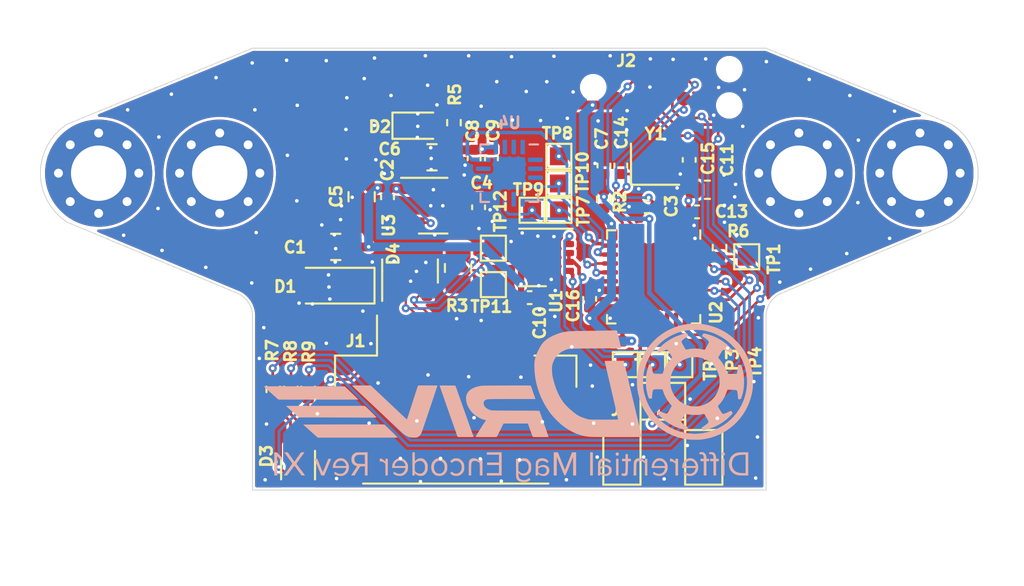
<source format=kicad_pcb>
(kicad_pcb (version 20211014) (generator pcbnew)
  (layers (0 "F.Cu" signal) (1 "In1.Cu" signal) (2 "In2.Cu" signal) (31 "B.Cu" signal) (34 "B.Paste" user) (35 "F.Paste" user) (36 "B.SilkS" user "B.Silkscreen") (37 "F.SilkS" user "F.Silkscreen") (38 "B.Mask" user) (39 "F.Mask" user) (44 "Edge.Cuts" user))
  (net 0 "")
  (net 1 "+5V")
  (net 2 "+3V3")
  (net 3 "/USART2_RX")
  (net 4 "GND")
  (net 5 "/USART2_TX")
  (net 6 "/nRST")
  (net 7 "/RS485_N")
  (net 8 "/RS485_P")
  (net 9 "/BOOT0")
  (net 10 "/USART1_TX")
  (net 11 "/USART1_RX")
  (net 12 "/SPI1_NSS")
  (net 13 "/SPI1_SCK")
  (net 14 "/SPI1_MISO")
  (net 17 "/SPI1_MOSI")
  (net 20 "Net-(D2-Pad2)")
  (net 22 "/SWDIO")
  (net 23 "/SWCLK")
  (net 24 "Net-(D3-Pad1)")
  (net 26 "Net-(D3-Pad2)")
  (net 28 "Net-(D3-Pad3)")
  (net 36 "/SWO")
  (net 37 "/TEMP")
  (net 39 "/LED_R")
  (net 40 "/LED_G")
  (net 41 "/LED_B")
  (net 42 "/USART1_DE")
  (net 46 "Net-(C14-Pad2)")
  (net 47 "Net-(C15-Pad1)")
  (footprint "TestPoint:TestPoint_Pad_1.0x1.0mm" (layer "F.Cu") (at 123.275 70.075)
    (fp_text reference "TP9")
    (fp_text value "TestPoint")
  )
  (footprint "Capacitor_SMD:C_0805_2012Metric" (layer "F.Cu") (at 113.73 69.32 -90)
    (fp_text reference "C5")
    (fp_text value "22uF")
  )
  (footprint "Capacitor_SMD:C_0603_1608Metric" (layer "F.Cu") (at 133.096134 68.9275 180)
    (fp_text reference "C11")
    (fp_text value "4.7uF")
  )
  (footprint "Resistor_SMD:R_0402_1005Metric" (layer "F.Cu") (at 118.9 65.17 90)
    (fp_text reference "R5")
    (fp_text value "1k")
  )
  (footprint "Capacitor_SMD:C_0402_1005Metric" (layer "F.Cu") (at 120.03 67.17 90)
    (fp_text reference "C8")
    (fp_text value "1uF")
  )
  (footprint "TestPoint:TestPoint_Pad_1.0x1.0mm" (layer "F.Cu") (at 124.775 67.055)
    (fp_text reference "TP8")
    (fp_text value "TestPoint")
  )
  (footprint "Package_CSP:LFCSP-8-1EP_3x3mm_P0.5mm_EP1.45x1.74mm" (layer "F.Cu") (at 124.05 72.72 180)
    (fp_text reference "U1")
    (fp_text value "ADM4852")
  )
  (footprint "Capacitor_SMD:C_0402_1005Metric" (layer "F.Cu") (at 128.246134 67.5675 -90)
    (fp_text reference "C14")
    (fp_text value "10pF")
  )
  (footprint "TestPoint:TestPoint_Pad_1.0x1.0mm" (layer "F.Cu") (at 135.296134 72.68)
    (fp_text reference "TP1")
    (fp_text value "TestPoint")
  )
  (footprint "Package_TO_SOT_SMD:SOT-23" (layer "F.Cu") (at 116.44 73.48 90)
    (fp_text reference "D4")
    (fp_text value "SM712")
  )
  (footprint "mag-encoder:MountingHole_3.1mm_Pad_Via" (layer "F.Cu") (at 99 68)
    (fp_text reference "H1" hide)
    (fp_text value "MountingHole")
  )
  (footprint "ODrive_KiCad:JST_GH_SM02B" (layer "F.Cu") (at 130.6 80.775)
    (fp_text reference "J3")
    (fp_text value "Thermistor")
  )
  (footprint "LED_SMD:LED_LiteOn_LTST-C19HE1WT" (layer "F.Cu") (at 110.17 84.35)
    (fp_text reference "D3")
    (fp_text value "LTST-C19HE1WT")
  )
  (footprint "Capacitor_SMD:C_0402_1005Metric" (layer "F.Cu") (at 115.18 69.35 -90)
    (fp_text reference "C2")
    (fp_text value "1u")
  )
  (footprint "LED_SMD:LED_0603_1608Metric" (layer "F.Cu") (at 116.94 65.34)
    (fp_text reference "D2")
    (fp_text value "LTST-C190KGKT")
  )
  (footprint "Resistor_SMD:R_0402_1005Metric" (layer "F.Cu") (at 133.776134 72.1675 90)
    (fp_text reference "R6")
    (fp_text value "10k")
  )
  (footprint "Resistor_SMD:R_0402_1005Metric" (layer "F.Cu") (at 127.29 69.46 90)
    (fp_text reference "R2")
    (fp_text value "3.3k/1%")
  )
  (footprint "Capacitor_SMD:C_0402_1005Metric" (layer "F.Cu") (at 123.14 74.97 180)
    (fp_text reference "C10")
    (fp_text value "100nF")
  )
  (footprint "TestPoint:TestPoint_Pad_1.0x1.0mm" (layer "F.Cu") (at 124.775 68.575 90)
    (fp_text reference "TP10")
    (fp_text value "TestPoint")
  )
  (footprint "Resistor_SMD:R_0805_2012Metric" (layer "F.Cu") (at 119.13 73.31 -90)
    (fp_text reference "R3")
    (fp_text value "120")
  )
  (footprint "Resistor_SMD:R_0402_1005Metric" (layer "F.Cu") (at 109.76 80.11 -90)
    (fp_text reference "R8")
    (fp_text value "220")
  )
  (footprint "Connector_Molex:Molex_CLIK-Mate_502585-0670_1x06-1MP_P1.50mm_Horizontal" (layer "F.Cu") (at 119 80)
    (fp_text reference "J1")
    (fp_text value "Main")
  )
  (footprint "Crystal:Crystal_SMD_2016-4Pin_2.0x1.6mm" (layer "F.Cu") (at 130.166134 67.4975)
    (fp_text reference "Y1")
    (fp_text value "XRCGB16M000FXN00R0")
  )
  (footprint "TestPoint:TestPoint_Pad_1.0x1.0mm" (layer "F.Cu") (at 131.55 78.725)
    (fp_text reference "TP4")
    (fp_text value "TestPoint")
  )
  (footprint "Capacitor_SMD:C_0402_1005Metric" (layer "F.Cu") (at 132.516134 70.1675 180)
    (fp_text reference "C13")
    (fp_text value "100nF")
  )
  (footprint "Resistor_SMD:R_0402_1005Metric" (layer "F.Cu") (at 110.73 80.11 -90)
    (fp_text reference "R9")
    (fp_text value "220")
  )
  (footprint "TestPoint:TestPoint_Pad_1.0x1.0mm" (layer "F.Cu") (at 121.11 72.2)
    (fp_text reference "TP12")
    (fp_text value "TestPoint")
  )
  (footprint "Resistor_SMD:R_0402_1005Metric" (layer "F.Cu") (at 108.78 80.11 -90)
    (fp_text reference "R7")
    (fp_text value "600")
  )
  (footprint "Capacitor_SMD:C_0402_1005Metric" (layer "F.Cu") (at 120.28 69.91 -90)
    (fp_text reference "C4")
    (fp_text value "1u")
  )
  (footprint "TestPoint:TestPoint_Pad_1.0x1.0mm" (layer "F.Cu") (at 130.025 78.725)
    (fp_text reference "TP3")
    (fp_text value "TestPoint")
  )
  (footprint "Capacitor_SMD:C_0805_2012Metric" (layer "F.Cu") (at 117.67 67.11 180)
    (fp_text reference "C6")
    (fp_text value "22uF")
  )
  (footprint "Package_TO_SOT_SMD:SOT-23-5" (layer "F.Cu") (at 117.7375 69.82)
    (fp_text reference "U3")
    (fp_text value "LP5907MFX-3.3")
  )
  (footprint "Diode_SMD:D_SOD-123F" (layer "F.Cu") (at 112.25 74.3 180)
    (fp_text reference "D1")
    (fp_text value "SMF5.0CA")
  )
  (footprint "Capacitor_SMD:C_0402_1005Metric" (layer "F.Cu") (at 127.825 77.4)
    (fp_text reference "C12")
    (fp_text value "100nF")
  )
  (footprint "Capacitor_SMD:C_0402_1005Metric" (layer "F.Cu") (at 129.696134 69.8775 180)
    (fp_text reference "C3")
    (fp_text value "100nF")
  )
  (footprint "Capacitor_SMD:C_0402_1005Metric" (layer "F.Cu") (at 132.076134 67.2575 -90)
    (fp_text reference "C15")
    (fp_text value "10pF")
  )
  (footprint "TestPoint:TestPoint_Pad_1.0x1.0mm" (layer "F.Cu") (at 128.5 78.725)
    (fp_text reference "TP2")
    (fp_text value "TestPoint")
  )
  (footprint "Capacitor_SMD:C_0402_1005Metric" (layer "F.Cu") (at 127.3 67.57 90)
    (fp_text reference "C7")
    (fp_text value "2.2uF")
  )
  (footprint "Connector:Tag-Connect_TC2050-IDC-NL_2x05_P1.27mm_Vertical_with_bottom_clip" (layer "F.Cu") (at 130.51 63.19)
    (fp_text reference "J2")
    (fp_text value "PROG")
  )
  (footprint "mag-encoder:MountingHole_3.1mm_Pad_Via" (layer "F.Cu") (at 105.78 68)
    (fp_text reference "H3" hide)
    (fp_text value "MountingHole")
  )
  (footprint "Capacitor_SMD:C_0402_1005Metric" (layer "F.Cu") (at 121 67.17 90)
    (fp_text reference "C9")
    (fp_text value "100nF")
  )
  (footprint "Capacitor_SMD:C_0402_1005Metric" (layer "F.Cu") (at 126.5 75.0375 -90)
    (fp_text reference "C16")
    (fp_text value "100nF")
  )
  (footprint "TestPoint:TestPoint_Pad_1.0x1.0mm" (layer "F.Cu") (at 124.785 70.08 90)
    (fp_text reference "TP7")
    (fp_text value "TestPoint")
  )
  (footprint "mag-encoder:MountingHole_3.1mm_Pad_Via" (layer "F.Cu") (at 145 68)
    (fp_text reference "H2" hide)
    (fp_text value "MountingHole")
  )
  (footprint "TestPoint:TestPoint_Pad_1.0x1.0mm" (layer "F.Cu") (at 121.11 74.24)
    (fp_text reference "TP11")
    (fp_text value "TestPoint")
  )
  (footprint "Capacitor_SMD:C_0805_2012Metric" (layer "F.Cu") (at 112.28 72.13 180)
    (fp_text reference "C1")
    (fp_text value "22uF")
  )
  (footprint "Package_DFN_QFN:UFQFPN-32-1EP_5x5mm_P0.5mm_EP3.5x3.5mm" (layer "F.Cu") (at 130.086134 73.8075 -90)
    (fp_text reference "U2")
    (fp_text value "STM32G4A1KEU4")
  )
  (footprint "mag-encoder:MountingHole_3.1mm_Pad_Via" (layer "F.Cu") (at 138.22 68)
    (fp_text reference "H4" hide)
    (fp_text value "MountingHole")
  )
  (footprint "LOGO" (layer "B.Cu") (at 121.65 79.675 180)
    (fp_text reference "G***" hide)
    (fp_text value "LOGO" hide)
  )
  (footprint "LOGO" (layer "B.Cu") (at 121.875 84.025 180)
    (fp_text reference "G***" hide)
    (fp_text value "LOGO" hide)
  )
  (footprint "Package_DFN_QFN:QFN-16-1EP_3x3mm_P0.5mm_EP1.7x1.7mm" (layer "B.Cu") (at 122 68 180)
    (fp_text reference "U4")
    (fp_text value "MA732")
  )
  (gr_line (start 136.385 85.75) (end 136.385 81.5) (layer "Edge.Cuts") (width 0.05))
  (gr_line (start 136.385 81.5) (end 136.385 76) (layer "Edge.Cuts") (width 0.05))
  (gr_line (start 136.385 61) (end 132 61) (layer "Edge.Cuts") (width 0.05))
  (gr_line (start 97.25 65.25) (end 107.615 61) (layer "Edge.Cuts") (width 0.05))
  (gr_line (start 107.615 76) (end 107.615 81.5) (layer "Edge.Cuts") (width 0.05))
  (gr_line (start 112 61) (end 132 61) (layer "Edge.Cuts") (width 0.05))
  (gr_arc (start 136.385 76) (mid 136.601903 75.25584) (end 137.184674 74.744764) (layer "Edge.Cuts") (width 0.05))
  (gr_arc (start 106.815326 74.744764) (mid 107.398097 75.25584) (end 107.615 76) (layer "Edge.Cuts") (width 0.05))
  (gr_arc (start 146.75 65.25) (mid 148.259601 68) (end 146.75 70.75) (layer "Edge.Cuts") (width 0.05))
  (gr_line (start 107.615 85.75) (end 136.385 85.75) (layer "Edge.Cuts") (width 0.05))
  (gr_line (start 107.615 81.5) (end 107.615 85.75) (layer "Edge.Cuts") (width 0.05))
  (gr_line (start 107.615 61) (end 112 61) (layer "Edge.Cuts") (width 0.05))
  (gr_line (start 137.184674 74.744764) (end 146.75 70.75) (layer "Edge.Cuts") (width 0.05))
  (gr_line (start 97.25 70.75) (end 106.815326 74.744764) (layer "Edge.Cuts") (width 0.05))
  (gr_arc (start 97.25 70.75) (mid 95.740399 68) (end 97.25 65.25) (layer "Edge.Cuts") (width 0.05))
  (gr_line (start 136.385 61) (end 146.75 65.25) (layer "Edge.Cuts") (width 0.05))
  (segment (start 116.555 68.825) (end 116.6 68.87) (width 0.5) (layer "F.Cu") (net 1))
  (segment (start 109.725 85.075) (end 109.1 84.45) (width 0.1524) (layer "F.Cu") (net 1))
  (segment (start 122.66 74.215) (end 122.66 73.5725) (width 0.35) (layer "F.Cu") (net 1))
  (segment (start 127.576301 62.161301) (end 115.688699 62.161301) (width 0.5) (layer "F.Cu") (net 1))
  (segment (start 114.185 68.825) (end 113.73 68.37) (width 0.5) (layer "F.Cu") (net 1))
  (segment (start 115.675 68.875) (end 115.68 68.87) (width 0.5) (layer "F.Cu") (net 1))
  (segment (start 115.688699 62.161301) (end 113.73 64.12) (width 0.5) (layer "F.Cu") (net 1))
  (segment (start 114.12 72.13) (end 114.125 72.125) (width 0.5) (layer "F.Cu") (net 1))
  (segment (start 115.25 77.425) (end 113.123064 79.551936) (width 0.1524) (layer "F.Cu") (net 1))
  (segment (start 114.625 68.825) (end 116.555 68.825) (width 0.5) (layer "F.Cu") (net 1))
  (segment (start 122.66 73.5725) (end 122.7601 73.4724) (width 0.35) (layer "F.Cu") (net 1))
  (segment (start 114.625 68.825) (end 114.185 68.825) (width 0.5) (layer "F.Cu") (net 1))
  (segment (start 115.68 68.87) (end 116.6 68.87) (width 0.5) (layer "F.Cu") (net 1))
  (segment (start 109.745 85.075) (end 109.725 85.075) (width 0.1524) (layer "F.Cu") (net 1))
  (segment (start 117.57 70.77) (end 117.6 70.8) (width 0.1524) (layer "F.Cu") (net 1))
  (segment (start 113.123064 79.551936) (end 111.998064 79.551936) (width 0.1524) (layer "F.Cu") (net 1))
  (segment (start 113.73 64.12) (end 113.73 68.37) (width 0.5) (layer "F.Cu") (net 1))
  (segment (start 113.23 72.13) (end 113.23 73.88) (width 0.5) (layer "F.Cu") (net 1))
  (segment (start 115.25 77.425) (end 115.25 75.9) (width 0.5) (layer "F.Cu") (net 1))
  (segment (start 113.23 73.88) (end 113.65 74.3) (width 0.5) (layer "F.Cu") (net 1))
  (segment (start 115.25 75.9) (end 113.65 74.3) (width 0.5) (layer "F.Cu") (net 1))
  (segment (start 127.97 62.555) (end 127.576301 62.161301) (width 0.5) (layer "F.Cu") (net 1))
  (segment (start 116.6 70.77) (end 117.57 70.77) (width 0.1524) (layer "F.Cu") (net 1))
  (segment (start 122.7601 73.4724) (end 122.7625 73.4724) (width 0.35) (layer "F.Cu") (net 1))
  (segment (start 113.23 72.13) (end 114.12 72.13) (width 0.5) (layer "F.Cu") (net 1))
  (segment (start 122.66 74.97) (end 122.66 74.215) (width 0.35) (layer "F.Cu") (net 1))
  (via (at 117.6 70.8) (size 0.45) (drill 0.2) (layers "F.Cu" "B.Cu") (net 1))
  (via (at 114.625 68.825) (size 0.45) (drill 0.2) (layers "F.Cu" "B.Cu") (net 1))
  (via (at 122.66 74.215) (size 0.45) (drill 0.2) (layers "F.Cu" "B.Cu") (net 1))
  (via (at 115.675 68.875) (size 0.45) (drill 0.2) (layers "F.Cu" "B.Cu") (net 1))
  (via (at 114.125 72.125) (size 0.45) (drill 0.2) (layers "F.Cu" "B.Cu") (net 1))
  (via (at 109.1 84.45) (size 0.45) (drill 0.2) (layers "F.Cu" "B.Cu") (net 1))
  (via (at 111.998064 79.551936) (size 0.45) (drill 0.2) (layers "F.Cu" "B.Cu") (net 1))
  (segment (start 109.1 82.45) (end 109.1 84.45) (width 0.1524) (layer "B.Cu") (net 1))
  (segment (start 120.57 72.125) (end 114.125 72.125) (width 0.5) (layer "B.Cu") (net 1))
  (segment (start 114.125 72.125) (end 114.125 69.325) (width 0.5) (layer "B.Cu") (net 1))
  (segment (start 111.998064 79.551936) (end 109.1 82.45) (width 0.1524) (layer "B.Cu") (net 1))
  (segment (start 115.675 68.875) (end 117.6 70.8) (width 0.1524) (layer "B.Cu") (net 1))
  (segment (start 114.125 69.325) (end 114.625 68.825) (width 0.5) (layer "B.Cu") (net 1))
  (segment (start 122.66 74.215) (end 120.57 72.125) (width 0.5) (layer "B.Cu") (net 1))
  (segment (start 126.5 75.5175) (end 126.5 76.125) (width 0.2) (layer "F.Cu") (net 2))
  (segment (start 132.036134 69.2125) (end 132.321134 68.9275) (width 0.25) (layer "F.Cu") (net 2))
  (segment (start 127.97 63.825) (end 127.609699 64.185301) (width 0.5) (layer "F.Cu") (net 2))
  (segment (start 121.864699 64.185301) (end 120.475 65.575) (width 0.5) (layer "F.Cu") (net 2))
  (segment (start 128.336134 77.368866) (end 128.305 77.4) (width 0.25) (layer "F.Cu") (net 2))
  (segment (start 128.305 77.4) (end 128.859234 77.4) (width 0.2) (layer "F.Cu") (net 2))
  (segment (start 120.28 69.43) (end 119.435 69.43) (width 0.5) (layer "F.Cu") (net 2))
  (segment (start 127.29 70.221118) (end 127.29 69.97) (width 0.25) (layer "F.Cu") (net 2))
  (segment (start 132.036134 69.538866) (end 132.036134 69.2125) (width 0.25) (layer "F.Cu") (net 2))
  (segment (start 127.609699 64.185301) (end 126.664699 64.185301) (width 0.5) (layer "F.Cu") (net 2))
  (segment (start 132.036134 70.1675) (end 132.036134 69.538866) (width 0.25) (layer "F.Cu") (net 2))
  (segment (start 118.62 68.615) (end 118.875 68.87) (width 0.5) (layer "F.Cu") (net 2))
  (segment (start 119.04 66.69) (end 121 66.69) (width 0.5) (layer "F.Cu") (net 2))
  (segment (start 127.648634 75.0575) (end 126.96 75.0575) (width 0.25) (layer "F.Cu") (net 2))
  (segment (start 126.96 75.0575) (end 126.5 75.5175) (width 0.25) (layer "F.Cu") (net 2))
  (segment (start 127.725 70.825) (end 127.725 70.656118) (width 0.25) (layer "F.Cu") (net 2))
  (segment (start 118.62 67.11) (end 118.62 68.615) (width 0.5) (layer "F.Cu") (net 2))
  (segment (start 120.475 65.575) (end 120.475 66.65) (width 0.5) (layer "F.Cu") (net 2))
  (segment (start 131.836134 71.37) (end 131.836134 70.3675) (width 0.25) (layer "F.Cu") (net 2))
  (segment (start 128.336134 76.245) (end 128.336134 77.368866) (width 0.25) (layer "F.Cu") (net 2))
  (segment (start 118.9 65.68) (end 118.9 66.83) (width 0.5) (layer "F.Cu") (net 2))
  (segment (start 118.62 67.11) (end 119.04 66.69) (width 0.5) (layer "F.Cu") (net 2))
  (segment (start 131.836134 70.3675) (end 132.036134 70.1675) (width 0.25) (layer "F.Cu") (net 2))
  (segment (start 118.9 66.83) (end 118.62 67.11) (width 0.5) (layer "F.Cu") (net 2))
  (segment (start 127.725 70.656118) (end 127.29 70.221118) (width 0.25) (layer "F.Cu") (net 2))
  (segment (start 119.435 69.43) (end 118.875 68.87) (width 0.5) (layer "F.Cu") (net 2))
  (segment (start 126.664699 64.185301) (end 121.864699 64.185301) (width 0.5) (layer "F.Cu") (net 2))
  (via (at 126.5 76.125) (size 0.45) (drill 0.2) (layers "F.Cu" "B.Cu") (net 2))
  (via (at 126.664699 64.185301) (size 0.45) (drill 0.2) (layers "F.Cu" "B.Cu") (net 2))
  (via (at 132.036134 69.538866) (size 0.45) (drill 0.2) (layers "F.Cu" "B.Cu") (net 2))
  (via (at 127.725 70.825) (size 0.45) (drill 0.2) (layers "F.Cu" "B.Cu") (net 2))
  (via (at 120.475 66.65) (size 0.45) (drill 0.2) (layers "F.Cu" "B.Cu") (net 2))
  (via (at 128.859234 77.4) (size 0.45) (drill 0.2) (layers "F.Cu" "B.Cu") (net 2))
  (segment (start 127.725 70.825) (end 127.725 74.9) (width 0.5) (layer "B.Cu") (net 2))
  (segment (start 126.15 69.25) (end 126.15 64.7) (width 0.5) (layer "B.Cu") (net 2))
  (segment (start 120.5875 66.5375) (end 120.475 66.65) (width 0.25) (layer "B.Cu") (net 2))
  (segment (start 128.859234 77.4) (end 127.775 77.4) (width 0.5) (layer "B.Cu") (net 2))
  (segment (start 127.725 70.825) (end 126.15 69.25) (width 0.5) (layer "B.Cu") (net 2))
  (segment (start 127.725 74.9) (end 126.5 76.125) (width 0.5) (layer "B.Cu") (net 2))
  (segment (start 127.775 77.4) (end 126.5 76.125) (width 0.5) (layer "B.Cu") (net 2))
  (segment (start 121.25 66.5375) (end 120.5875 66.5375) (width 0.25) (layer "B.Cu") (net 2))
  (segment (start 126.15 64.7) (end 126.664699 64.185301) (width 0.5) (layer "B.Cu") (net 2))
  (segment (start 128.336134 70.767186) (end 128.336134 71.37) (width 0.1524) (layer "F.Cu") (net 3))
  (segment (start 127.95 68.716241) (end 127.95 70.381052) (width 0.1524) (layer "F.Cu") (net 3))
  (segment (start 132.271763 63.046763) (end 131.78 62.555) (width 0.1524) (layer "F.Cu") (net 3))
  (segment (start 132.394019 63.046763) (end 132.271763 63.046763) (width 0.1524) (layer "F.Cu") (net 3))
  (segment (start 127.95 70.381052) (end 128.336134 70.767186) (width 0.1524) (layer "F.Cu") (net 3))
  (segment (start 127.972364 68.693877) (end 127.95 68.716241) (width 0.1524) (layer "F.Cu") (net 3))
  (via (at 132.394019 63.046763) (size 0.45) (drill 0.2) (layers "F.Cu" "B.Cu") (net 3))
  (via (at 127.972364 68.693877) (size 0.45) (drill 0.2) (layers "F.Cu" "B.Cu") (net 3))
  (segment (start 132.394019 63.130981) (end 132.394019 63.046763) (width 0.1524) (layer "B.Cu") (net 3))
  (segment (start 127.972364 67.552636) (end 132.394019 63.130981) (width 0.1524) (layer "B.Cu") (net 3))
  (segment (start 127.972364 68.693877) (end 127.972364 67.552636) (width 0.1524) (layer "B.Cu") (net 3))
  (segment (start 127.375 77.4) (end 127.65 77.125) (width 0.25) (layer "F.Cu") (net 4))
  (segment (start 131.5775 68.0475) (end 131.766134 68.0475) (width 0.25) (layer "F.Cu") (net 4))
  (segment (start 127.65 75.558866) (end 127.648634 75.5575) (width 0.25) (layer "F.Cu") (net 4))
  (segment (start 131.766134 68.0475) (end 132.076134 67.7375) (width 0.25) (layer "F.Cu") (net 4))
  (segment (start 129.213634 69.875) (end 129.216134 69.8775) (width 0.1524) (layer "F.Cu") (net 4))
  (segment (start 130.866134 68.0475) (end 131.5775 68.0475) (width 0.25) (layer "F.Cu") (net 4))
  (segment (start 127.345 77.4) (end 127.375 77.4) (width 0.25) (layer "F.Cu") (net 4))
  (segment (start 128.7079 69.875) (end 129.213634 69.875) (width 0.1524) (layer "F.Cu") (net 4))
  (segment (start 129.323634 67.09) (end 129.466134 66.9475) (width 0.25) (layer "F.Cu") (net 4))
  (segment (start 127.0425 74.5575) (end 127.648634 74.5575) (width 0.25) (layer "F.Cu") (net 4))
  (segment (start 127.65 76.125) (end 127.65 75.558866) (width 0.25) (layer "F.Cu") (net 4))
  (segment (start 127.65 77.125) (end 127.65 76.125) (width 0.25) (layer "F.Cu") (net 4))
  (segment (start 127.3 67.09) (end 129.323634 67.09) (width 0.25) (layer "F.Cu") (net 4))
  (segment (start 126.5 74.5575) (end 127.0425 74.5575) (width 0.25) (layer "F.Cu") (net 4))
  (via (at 119.475 68.1) (size 0.45) (drill 0.2) (layers "F.Cu" "B.Cu") (net 4))
  (via (at 126.975 65.075) (size 0.45) (drill 0.2) (layers "F.Cu" "B.Cu") (net 4))
  (via (at 123.6 71.525) (size 0.45) (drill 0.2) (layers "F.Cu" "B.Cu") (net 4))
  (via (at 129.9 61.6) (size 0.45) (drill 0.2) (layers "F.Cu" "B.Cu") (net 4))
  (via (at 123.65 74.3) (size 0.45) (drill 0.2) (layers "F.Cu" "B.Cu") (net 4))
  (via (at 134.225 77.8) (size 0.45) (drill 0.2) (layers "F.Cu" "B.Cu") (net 4))
  (via (at 115.175 71.1) (size 0.45) (drill 0.2) (layers "F.Cu" "B.Cu") (net 4))
  (via (at 124.35 73.95) (size 0.45) (drill 0.2) (layers "F.Cu" "B.Cu") (net 4))
  (via (at 118.275 69.825) (size 0.45) (drill 0.2) (layers "F.Cu" "B.Cu") (net 4))
  (via (at 112.275 72.225) (size 0.45) (drill 0.2) (layers "F.Cu" "B.Cu") (net 4))
  (via (at 111.9 74.375) (size 0.45) (drill 0.2) (layers "F.Cu" "B.Cu") (net 4))
  (via (at 131.175 61.625) (size 0.45) (drill 0.2) (layers "F.Cu" "B.Cu") (net 4))
  (via (at 117.45 79.3) (size 0.45) (drill 0.2) (layers "F.Cu" "B.Cu") (net 4))
  (via (at 109.525 61.675) (size 0.45) (drill 0.2) (layers "F.Cu" "B.Cu") (net 4))
  (via (at 111.875 73.7) (size 0.45) (drill 0.2) (layers "F.Cu" "B.Cu") (net 4))
  (via (at 115 68.025) (size 0.45) (drill 0.2) (layers "F.Cu" "B.Cu") (net 4))
  (via (at 120.425 76.25) (size 0.45) (drill 0.2) (layers "F.Cu" "B.Cu") (net 4))
  (via (at 128.9 82.05) (size 0.45) (drill 0.2) (layers "F.Cu" "B.Cu") (net 4))
  (via (at 117.825 71.45) (size 0.45) (drill 0.2) (layers "F.Cu" "B.Cu") (net 4))
  (via (at 134.05 69.8) (size 0.45) (drill 0.2) (layers "F.Cu" "B.Cu") (net 4))
  (via (at 128.6 64.5) (size 0.45) (drill 0.2) (layers "F.Cu" "B.Cu") (net 4))
  (via (at 114.45 65.325) (size 0.45) (drill 0.2) (layers "F.Cu" "B.Cu") (net 4))
  (via (at 141.525 69.65) (size 0.45) (drill 0.2) (layers "F.Cu" "B.Cu") (net 4))
  (via (at 111.5 70.9) (size 0.45) (drill 0.2) (layers "F.Cu" "B.Cu") (net 4))
  (via (at 131.5775 68.0475) (size 0.45) (drill 0.2) (layers "F.Cu" "B.Cu") (net 4))
  (via (at 116.8 73.5) (size 0.45) (drill 0.2) (layers "F.Cu" "B.Cu") (net 4))
  (via (at 110.1 69.55) (size 0.45) (drill 0.2) (layers "F.Cu" "B.Cu") (net 4))
  (via (at 120.375 84) (size 0.45) (drill 0.2) (layers "F.Cu" "B.Cu") (net 4))
  (via (at 126.55 78.75) (size 0.45) (drill 0.2) (layers "F.Cu" "B.Cu") (net 4))
  (via (at 116.875 65.375) (size 0.45) (drill 0.2) (layers "F.Cu" "B.Cu") (net 4))
  (via (at 125.575 63.45) (size 0.45) (drill 0.2) (layers "F.Cu" "B.Cu") (net 4))
  (via (at 120.925 70.05) (size 0.45) (drill 0.2) (layers "F.Cu" "B.Cu") (net 4))
  (via (at 131.4 68.825) (size 0.45) (drill 0.2) (layers "F.Cu" "B.Cu") (net 4))
  (via (at 102.55 72.325) (size 0.45) (drill 0.2) (layers "F.Cu" "B.Cu") (net 4))
  (via (at 114.15 82) (size 0.45) (drill 0.2) (layers "F.Cu" "B.Cu") (net 4))
  (via (at 116.825 81.875) (size 0.45) (drill 0.2) (layers "F.Cu" "B.Cu") (net 4))
  (via (at 119.725 61.425) (size 0.45) (drill 0.2) (layers "F.Cu" "B.Cu") (net 4))
  (via (at 110.225 75.275) (size 0.45) (drill 0.2) (layers "F.Cu" "B.Cu") (net 4))
  (via (at 117.6 69.825) (size 0.45) (drill 0.2) (layers "F.Cu" "B.Cu") (net 4))
  (via (at 126.925 83.9) (size 0.45) (drill 0.2) (layers "F.Cu" "B.Cu") (net 4))
  (via (at 108.325 85.175) (size 0.45) (drill 0.2) (layers "F.Cu" "B.Cu") (net 4))
  (via (at 122.725 71.35) (size 0.45) (drill 0.2) (layers "F.Cu" "B.Cu") (net 4))
  (via (at 111.75 61.7) (size 0.45) (drill 0.2) (layers "F.Cu" "B.Cu") (net 4))
  (via (at 111.75 77.525) (size 0.45) (drill 0.2) (layers "F.Cu" "B.Cu") (net 4))
  (via (at 112.6 69.825) (size 0.45) (drill 0.2) (layers "F.Cu" "B.Cu") (net 4))
  (via (at 122.65 79.425) (size 0.45) (drill 0.2) (layers "F.Cu" "B.Cu") (net 4))
  (via (at 132.35 70.925) (size 0.45) (drill 0.2) (layers "F.Cu" "B.Cu") (net 4))
  (via (at 132.4 71.65) (size 0.45) (drill 0.2) (layers "F.Cu" "B.Cu") (net 4))
  (via (at 113.8 75.725) (size 0.45) (drill 0.2) (layers "F.Cu" "B.Cu") (net 4))
  (via (at 119.725 79.4) (size 0.45) (drill 0.2) (layers "F.Cu" "B.Cu") (net 4))
  (via (at 122.125 61.475) (size 0.45) (drill 0.2) (layers "F.Cu" "B.Cu") (net 4))
  (via (at 112.9 63.775) (size 0.45) (drill 0.2) (layers "F.Cu" "B.Cu") (net 4))
  (via (at 128.9 79.85) (size 0.45) (drill 0.2) (layers "F.Cu" "B.Cu") (net 4))
  (via (at 128.575 65.575) (size 0.45) (drill 0.2) (layers "F.Cu" "B.Cu") (net 4))
  (via (at 138.875 73.375) (size 0.45) (drill 0.2) (layers "F.Cu" "B.Cu") (net 4))
  (via (at 134.75 71.45) (size 0.45) (drill 0.2) (layers "F.Cu" "B.Cu") (net 4))
  (via (at 125.25 64.925) (size 0.45) (drill 0.2) (layers "F.Cu" "B.Cu") (net 4))
  (via (at 137.15 74.1) (size 0.45) (drill 0.2) (layers "F.Cu" "B.Cu") (net 4))
  (via (at 135.8 85.075) (size 0.45) (drill 0.2) (layers "F.Cu" "B.Cu") (net 4))
  (via (at 113.875 62.7) (size 0.45) (drill 0.2) (layers "F.Cu" "B.Cu") (net 4))
  (via (at 136.45 72.725) (size 0.45) (drill 0.2) (layers "F.Cu" "B.Cu") (net 4))
  (via (at 128.7079 69.875) (size 0.45) (drill 0.2) (layers "F.Cu" "B.Cu") (net 4))
  (via (at 114.325 72.975) (size 0.45) (drill 0.2) (layers "F.Cu" "B.Cu") (net 4))
  (via (at 103.075 63.575) (size 0.45) (drill 0.2) (layers "F.Cu" "B.Cu") (net 4))
  (via (at 127.65 61.425) (size 0.45) (drill 0.2) (layers "F.Cu" "B.Cu") (net 4))
  (via (at 133.65 81.725) (size 0.45) (drill 0.2) (layers "F.Cu" "B.Cu") (net 4))
  (via (at 118.15 83.975) (size 0.45) (drill 0.2) (layers "F.Cu" "B.Cu") (net 4))
  (via (at 128.075 66.525) (size 0.45) (drill 0.2) (layers "F.Cu" "B.Cu") (net 4))
  (via (at 136.4 61.75) (size 0.45) (drill 0.2) (layers "F.Cu" "B.Cu") (net 4))
  (via (at 124.1 62.875) (size 0.45) (drill 0.2) (layers "F.Cu" "B.Cu") (net 4))
  (via (at 114.25 77.55) (size 0.45) (drill 0.2) (layers "F.Cu" "B.Cu") (net 4))
  (via (at 140.9 72.5) (size 0.45) (drill 0.2) (layers "F.Cu" "B.Cu") (net 4))
  (via (at 117.425 63.075) (size 0.45) (drill 0.2) (layers "F.Cu" "B.Cu") (net 4))
  (via (at 112.85 65.55) (size 0.45) (drill 0.2) (layers "F.Cu" "B.Cu") (net 4))
  (via (at 114.525 67.25) (size 0.45) (drill 0.2) (layers "F.Cu" "B.Cu") (net 4))
  (via (at 131.975 83.25) (size 0.45) (drill 0.2) (layers "F.Cu" "B.Cu") (net 4))
  (via (at 107.75 64.45) (size 0.45) (drill 0.2) (layers "F.Cu" "B.Cu") (net 4))
  (via (at 109.575 67) (size 0.45) (drill 0.2) (layers "F.Cu" "B.Cu") (net 4))
  (via (at 129.25 68.875) (size 0.45) (drill 0.2) (layers "F.Cu" "B.Cu") (net 4))
  (via (at 117.325 73) (size 0.45) (drill 0.2) (layers "F.Cu" "B.Cu") (net 4))
  (via (at 117.6 66.575) (size 0.45) (drill 0.2) (layers "F.Cu" "B.Cu") (net 4))
  (via (at 120.025 81.7) (size 0.45) (drill 0.2) (layers "F.Cu" "B.Cu") (net 4))
  (via (at 126.65 79.925) (size 0.45) (drill 0.2) (layers "F.Cu" "B.Cu") (net 4))
  (via (at 105 73.275) (size 0.45) (drill 0.2) (layers "F.Cu" "B.Cu") (net 4))
  (via (at 121.55 85.25) (size 0.45) (drill 0.2) (layers "F.Cu" "B.Cu") (net 4))
  (via (at 126.725 82) (size 0.45) (drill 0.2) (layers "F.Cu" "B.Cu") (net 4))
  (via (at 112.25 72.975) (size 0.45) (drill 0.2) (layers "F.Cu" "B.Cu") (net 4))
  (via (at 143.575 64.525) (size 0.45) (drill 0.2) (layers "F.Cu" "B.Cu") (net 4))
  (via (at 123.85 81.925) (size 0.45) (drill 0.2) (layers "F.Cu" "B.Cu") (net 4))
  (via (at 107.825 71.325) (size 0.45) (drill 0.2) (layers "F.Cu" "B.Cu") (net 4))
  (via (at 116.475 74.05) (size 0.45) (drill 0.2) (layers "F.Cu" "B.Cu") (net 4))
  (via (at 117.3 61.425) (size 0.45) (drill 0.2) (layers "F.Cu" "B.Cu") (net 4))
  (via (at 124.5 71.55) (size 0.45) (drill 0.2) (layers "F.Cu" "B.Cu") (net 4))
  (via (at 110.975 75.325) (size 0.45) (drill 0.2) (layers "F.Cu" "B.Cu") (net 4))
  (via (at 134.675 68.625) (size 0.45) (drill 0.2) (layers "F.Cu" "B.Cu") (net 4))
  (via (at 132.125 80.65) (size 0.45) (drill 0.2) (layers "F.Cu" "B.Cu") (net 4))
  (via (at 111.95 75.05) (size 0.45) (drill 0.2) (layers "F.Cu" "B.Cu") (net 4))
  (via (at 113.2 69.35) (size 0.45) (drill 0.2) (layers "F.Cu" "B.Cu") (net 4))
  (via (at 134.625 69.325) (size 0.45) (drill 0.2) (layers "F.Cu" "B.Cu") (net 4))
  (via (at 122.175 65.025) (size 0.45) (drill 0.2) (layers "F.Cu" "B.Cu") (net 4))
  (via (at 138.8 62.75) (size 0.45) (drill 0.2) (layers "F.Cu" "B.Cu") (net 4))
  (via (at 130.7 66.1) (size 0.45) (drill 0.2) (layers "F.Cu" "B.Cu") (net 4))
  (via (at 133.325 78.675) (size 0.45) (drill 0.2) (layers "F.Cu" "B.Cu") (net 4))
  (via (at 133.45 64.75) (size 0.45) (drill 0.2) (layers "F.Cu" "B.Cu") (net 4))
  (via (at 126.8 67.45) (size 0.45) (drill 0.2) (layers "F.Cu" "B.Cu") (net 4))
  (via (at 120.3 71.1) (size 0.45) (drill 0.2) (layers "F.Cu" "B.Cu") (net 4))
  (via (at 100.4 71.475) (size 0.45) (drill 0.2) (layers "F.Cu" "B.Cu") (net 4))
  (via (at 127.0425 74.5575) (size 0.45) (drill 0.2) (layers "F.Cu" "B.Cu") (net 4))
  (via (at 125.2 85.175) (size 0.45) (drill 0.2) (layers "F.Cu" "B.Cu") (net 4))
  (via (at 115.9 83.975) (size 0.45) (drill 0.2) (layers "F.Cu" "B.Cu") (net 4))
  (via (at 114.65 79.75) (size 0.45) (drill 0.2) (layers "F.Cu" "B.Cu") (net 4))
  (via (at 115.375 63.65) (size 0.45) (drill 0.2) (layers "F.Cu" "B.Cu") (net 4))
  (via (at 111.25 81.475) (size 0.45) (drill 0.2) (layers "F.Cu" "B.Cu") (net 4))
  (via (at 133.725 63.2) (size 0.45) (drill 0.2) (layers "F.Cu" "B.Cu") (net 4))
  (via (at 102.325 69.975) (size 0.45) (drill 0.2) (layers "F.Cu" "B.Cu") (net 4))
  (via (at 116.875 64.675) (size 0.45) (drill 0.2) (layers "F.Cu" "B.Cu") (net 4))
  (via (at 108 78.375) (size 0.45) (drill 0.2) (layers "F.Cu" "B.Cu") (net 4))
  (via (at 108.4 82.05) (size 0.45) (drill 0.2) (layers "F.Cu" "B.Cu") (net 4))
  (via (at 129.525 83.9) (size 0.45) (drill 0.2) (layers "F.Cu" "B.Cu") (net 4))
  (via (at 134.05 70.75) (size 0.45) (drill 0.2) (layers "F.Cu" "B.Cu") (net 4))
  (via (at 131.35 77.55) (size 0.45) (drill 0.2) (layers "F.Cu" "B.Cu") (net 4))
  (via (at 122.1 71.825) (size 0.45) (drill 0.2) (layers "F.Cu" "B.Cu") (net 4))
  (via (at 115.175 70.55) (size 0.45) (drill 0.2) (layers "F.Cu" "B.Cu") (net 4))
  (via (at 110.125 64.2) (size 0.45) (drill 0.2) (layers "F.Cu" "B.Cu") (net 4))
  (via (at 123.75 65.05) (size 0.45) (drill 0.2) (layers "F.Cu" "B.Cu") (net 4))
  (via (at 122.95 63.425) (size 0.45) (drill 0.2) (layers "F.Cu" "B.Cu") (net 4))
  (via (at 124.5 61.45) (size 0.45) (drill 0.2) (layers "F.Cu" "B.Cu") (net 4))
  (via (at 112.325 85.1) (size 0.45) (drill 0.2) (layers "F.Cu" "B.Cu") (net 4))
  (via (at 116.85 66) (size 0.45) (drill 0.2) (layers "F.Cu" "B.Cu") (net 4))
  (via (at 127.65 76.125) (size 0.45) (drill 0.2) (layers "F.Cu" "B.Cu") (net 4))
  (via (at 126.975 66.525) (size 0.45) (drill 0.2) (layers "F.Cu" "B.Cu") (net 4))
  (via (at 134.025 68.1) (size 0.45) (drill 0.2) (layers "F.Cu" "B.Cu") (net 4))
  (via (at 133 61.6) (size 0.45) (drill 0.2) (layers "F.Cu" "B.Cu") (net 4))
  (via (at 124.575 74.575) (size 0.45) (drill 0.2) (layers "F.Cu" "B.Cu") (net 4))
  (via (at 112.875 67.2) (size 0.45) (drill 0.2) (layers "F.Cu" "B.Cu") (net 4))
  (via (at 119.05 76.15) (size 0.45) (drill 0.2) (layers "F.Cu" "B.Cu") (net 4))
  (via (at 143.3 71.65) (size 0.45) (drill 0.2) (layers "F.Cu" "B.Cu") (net 4))
  (via (at 117.625 67.175) (size 0.45) (drill 0.2) (layers "F.Cu" "B.Cu") (net 4))
  (via (at 112.55 70.6) (size 0.45) (drill 0.2) (layers "F.Cu" "B.Cu") (net 4))
  (via (at 135.7 79.675) (size 0.45) (drill 0.2) (layers "F.Cu" "B.Cu") (net 4))
  (via (at 129.875 63.175) (size 0.45) (drill 0.2) (layers "F.Cu" "B.Cu") (net 4))
  (via (at 119.525 67.55) (size 0.45) (drill 0.2) (layers "F.Cu" "B.Cu") (net 4))
  (via (at 105.575 62.65) (size 0.45) (drill 0.2) (layers "F.Cu" "B.Cu") (net 4))
  (via (at 117.95 64.175) (size 0.45) (drill 0.2) (layers "F.Cu" "B.Cu") (net 4))
  (via (at 120.425 64.25) (size 0.45) (drill 0.2) (layers "F.Cu" "B.Cu") (net 4))
  (via (at 125.275 66.025) (size 0.45) (drill 0.2) (layers "F.Cu" "B.Cu") (net 4))
  (via (at 117.75 68.925) (size 0.45) (drill 0.2) (layers "F.Cu" "B.Cu") (net 4))
  (via (at 141.55 66.15) (size 0.45) (drill 0.2) (layers "F.Cu" "B.Cu") (net 4))
  (via (at 135.075 65.375) (size 0.45) (drill 0.2) (layers "F.Cu" "B.Cu") (net 4))
  (via (at 130.675 85.125) (size 0.45) (drill 0.2) (layers "F.Cu" "B.Cu") (net 4))
  (via (at 122.575 84.05) (size 0.45) (drill 0.2) (layers "F.Cu" "B.Cu") (net 4))
  (via (at 115.55 72.925) (size 0.45) (drill 0.2) (layers "F.Cu" "B.Cu") (net 4))
  (via (at 108.25 76.65) (size 0.45) (drill 0.2) (layers "F.Cu" "B.Cu") (net 4))
  (via (at 124.55 76.025) (size 0.45) (drill 0.2) (layers "F.Cu" "B.Cu") (net 4))
  (via (at 107.575 74.15) (size 0.45) (drill 0.2) (layers "F.Cu" "B.Cu") (net 4))
  (via (at 100.625 64.45) (size 0.45) (drill 0.2) (layers "F.Cu" "B.Cu") (net 4))
  (via (at 135.95 76.1) (size 0.45) (drill 0.2) (layers "F.Cu" "B.Cu") (net 4))
  (via (at 125.5 77.725) (size 0.45) (drill 0.2) (layers "F.Cu" "B.Cu") (net 4))
  (via (at 123.7 75.65) (size 0.45) (drill 0.2) (layers "F.Cu" "B.Cu") (net 4))
  (via (at 112.2 71.45) (size 0.45) (drill 0.2) (layers "F.Cu" "B.Cu") (net 4))
  (via (at 135.175 63.325) (size 0.45) (drill 0.2) (layers "F.Cu" "B.Cu") (net 4))
  (via (at 135.9 82.775) (size 0.45) (drill 0.2) (layers "F.Cu" "B.Cu") (net 4))
  (via (at 117.625 67.8) (size 0.45) (drill 0.2) (layers "F.Cu" "B.Cu") (net 4))
  (via (at 121.3 62.875) (size 0.45) (drill 0.2) (layers "F.Cu" "B.Cu") (net 4))
  (via (at 141.075 63.65) (size 0.45) (drill 0.2) (layers "F.Cu" "B.Cu") (net 4))
  (via (at 107.6 61.825) (size 0.45) (drill 0.2) (layers "F.Cu" "B.Cu") (net 4))
  (via (at 117.025 85.275) (size 0.45) (drill 0.2) (layers "F.Cu" "B.Cu") (net 4))
  (via (at 119.725 65.15) (size 0.45) (drill 0.2) (layers "F.Cu" "B.Cu") (net 4))
  (via (at 102.375 65.975) (size 0.45) (drill 0.2) (layers "F.Cu" "B.Cu") (net 4))
  (via (at 121.05 70.7) (size 0.45) (drill 0.2) (layers "F.Cu" "B.Cu") (net 4))
  (via (at 114.45 61.55) (size 0.45) (drill 0.2) (layers "F.Cu" "B.Cu") (net 4))
  (segment (start 120.5375 68.25) (end 121.75 68.25) (width 0.25) (layer "B.Cu") (net 4))
  (segment (start 121.25 68.75) (end 122 68) (width 0.25) (layer "B.Cu") (net 4))
  (segment (start 121.75 68.25) (end 122 68) (width 0.25) (layer "B.Cu") (net 4))
  (segment (start 121.25 69.4625) (end 121.25 68.75) (width 0.25) (layer "B.Cu") (net 4))
  (segment (start 131.775 63.83) (end 131.78 63.825) (width 0.1524) (layer "F.Cu") (net 5))
  (segment (start 128.570549 68.760669) (end 128.2548 69.076418) (width 0.1524) (layer "F.Cu") (net 5))
  (segment (start 128.836134 70.836134) (end 128.836134 71.37) (width 0.1524) (layer "F.Cu") (net 5))
  (segment (start 128.2548 70.2548) (end 128.836134 70.836134) (width 0.1524) (layer "F.Cu") (net 5))
  (segment (start 131.775 64.45) (end 131.775 63.83) (width 0.1524) (layer "F.Cu") (net 5))
  (segment (start 128.2548 69.076418) (end 128.2548 70.2548) (width 0.1524) (layer "F.Cu") (net 5))
  (via (at 131.775 64.45) (size 0.45) (drill 0.2) (layers "F.Cu" "B.Cu") (net 5))
  (via (at 128.570549 68.760669) (size 0.45) (drill 0.2) (layers "F.Cu" "B.Cu") (net 5))
  (segment (start 128.52472 67.431332) (end 131.506052 64.45) (width 0.1524) (layer "B.Cu") (net 5))
  (segment (start 128.52472 68.71484) (end 128.52472 67.431332) (width 0.1524) (layer "B.Cu") (net 5))
  (segment (start 131.506052 64.45) (end 131.775 64.45) (width 0.1524) (layer "B.Cu") (net 5))
  (segment (start 128.570549 68.760669) (end 128.52472 68.71484) (width 0.1524) (layer "B.Cu") (net 5))
  (segment (start 130.176134 69.736534) (end 129.8073 69.3677) (width 0.1524) (layer "F.Cu") (net 6))
  (segment (start 130.336134 71.37) (end 130.336134 70.0375) (width 0.1524) (layer "F.Cu") (net 6))
  (segment (start 129.22 62.555) (end 128.625 63.15) (width 0.1524) (layer "F.Cu") (net 6))
  (segment (start 129.24 62.555) (end 129.22 62.555) (width 0.1524) (layer "F.Cu") (net 6))
  (segment (start 130.336134 70.0375) (end 130.176134 69.8775) (width 0.1524) (layer "F.Cu") (net 6))
  (segment (start 130.176134 69.8775) (end 130.176134 69.736534) (width 0.1524) (layer "F.Cu") (net 6))
  (via (at 128.625 63.15) (size 0.45) (drill 0.2) (layers "F.Cu" "B.Cu") (net 6))
  (via (at 129.8073 69.3677) (size 0.45) (drill 0.2) (layers "F.Cu" "B.Cu") (net 6))
  (segment (start 127.518764 64.256236) (end 127.518764 68.881765) (width 0.1524) (layer "B.Cu") (net 6))
  (segment (start 128.625 63.15) (end 127.518764 64.256236) (width 0.1524) (layer "B.Cu") (net 6))
  (segment (start 127.518764 68.881765) (end 128.004699 69.3677) (width 0.1524) (layer "B.Cu") (net 6))
  (segment (start 128.004699 69.3677) (end 129.8073 69.3677) (width 0.1524) (layer "B.Cu") (net 6))
  (segment (start 121.11 74.145046) (end 120.404455 73.439501) (width 0.1524) (layer "F.Cu") (net 7))
  (segment (start 116.75 77.425) (end 117.3349 76.8401) (width 0.127) (layer "F.Cu") (net 7))
  (segment (start 117.3349 76.470119) (end 116.429004 75.564223) (width 0.127) (layer "F.Cu") (net 7))
  (segment (start 116.200607 75.128107) (end 115.49 74.4175) (width 0.127) (layer "F.Cu") (net 7))
  (segment (start 120.404455 73.211104) (end 120.699659 72.9159) (width 0.127) (layer "F.Cu") (net 7))
  (segment (start 122.7084 72.9159) (end 122.7625 72.97) (width 0.127) (layer "F.Cu") (net 7))
  (segment (start 120.404455 73.439501) (end 119.912999 73.439501) (width 0.127) (layer "F.Cu") (net 7))
  (segment (start 120.699659 72.9159) (end 122.7084 72.9159) (width 0.127) (layer "F.Cu") (net 7))
  (segment (start 117.3349 76.8401) (end 117.3349 76.470119) (width 0.127) (layer "F.Cu") (net 7))
  (segment (start 116.200607 75.564223) (end 116.200607 75.128107) (width 0.127) (layer "F.Cu") (net 7))
  (segment (start 121.11 74.24) (end 121.11 74.145046) (width 0.1524) (layer "F.Cu") (net 7))
  (segment (start 119.912999 73.439501) (end 119.13 74.2225) (width 0.127) (layer "F.Cu") (net 7))
  (segment (start 116.429004 75.564223) (end 116.200607 75.564223) (width 0.127) (layer "F.Cu") (net 7))
  (segment (start 120.404455 73.439501) (end 120.404455 73.211104) (width 0.127) (layer "F.Cu") (net 7))
  (via (at 120.404455 73.439501) (size 0.45) (drill 0.2) (layers "F.Cu" "B.Cu") (net 7))
  (via (at 116.200607 75.564223) (size 0.45) (drill 0.2) (layers "F.Cu" "B.Cu") (net 7))
  (segment (start 116.200607 75.564223) (end 118.051336 75.564223) (width 0.127) (layer "B.Cu") (net 7))
  (segment (start 118.051336 75.564223) (end 120.176058 73.439501) (width 0.127) (layer "B.Cu") (net 7))
  (segment (start 120.176058 73.439501) (end 120.404455 73.439501) (width 0.127) (layer "B.Cu") (net 7))
  (segment (start 119.710117 72.977617) (end 119.13 72.3975) (width 0.127) (layer "F.Cu") (net 8))
  (segment (start 119.942571 72.977617) (end 119.710117 72.977617) (width 0.127) (layer "F.Cu") (net 8))
  (segment (start 116.662491 75.330736) (end 116.662491 75.102339) (width 0.127) (layer "F.Cu") (net 8))
  (segment (start 117.6651 76.8401) (end 117.6651 76.073533) (width 0.127) (layer "F.Cu") (net 8))
  (segment (start 120.170968 72.977617) (end 120.678585 72.47) (width 0.127) (layer "F.Cu") (net 8))
  (segment (start 117.6651 76.073533) (end 117.189167 75.5976) (width 0.127) (layer "F.Cu") (net 8))
  (segment (start 116.662491 75.102339) (end 116.705161 75.102339) (width 0.127) (layer "F.Cu") (net 8))
  (segment (start 120.678585 72.47) (end 122.7625 72.47) (width 0.127) (layer "F.Cu") (net 8))
  (segment (start 119.942571 72.977617) (end 120.170968 72.977617) (width 0.127) (layer "F.Cu") (net 8))
  (segment (start 117.189167 75.5976) (end 116.929355 75.5976) (width 0.127) (layer "F.Cu") (net 8))
  (segment (start 118.25 77.425) (end 117.6651 76.8401) (width 0.127) (layer "F.Cu") (net 8))
  (segment (start 116.929355 75.5976) (end 116.662491 75.330736) (width 0.127) (layer "F.Cu") (net 8))
  (segment (start 116.705161 75.102339) (end 117.39 74.4175) (width 0.127) (layer "F.Cu") (net 8))
  (via (at 116.662491 75.102339) (size 0.45) (drill 0.2) (layers "F.Cu" "B.Cu") (net 8))
  (via (at 119.942571 72.977617) (size 0.45) (drill 0.2) (layers "F.Cu" "B.Cu") (net 8))
  (segment (start 117.914562 75.234023) (end 119.942571 73.206014) (width 0.127) (layer "B.Cu") (net 8))
  (segment (start 116.662491 75.102339) (end 116.794175 75.234023) (width 0.127) (layer "B.Cu") (net 8))
  (segment (start 116.794175 75.234023) (end 117.914562 75.234023) (width 0.127) (layer "B.Cu") (net 8))
  (segment (start 119.942571 73.206014) (end 119.942571 72.977617) (width 0.127) (layer "B.Cu") (net 8))
  (segment (start 135.293634 72.6775) (end 135.296134 72.68) (width 0.1524) (layer "F.Cu") (net 9))
  (segment (start 133.776134 72.6775) (end 135.293634 72.6775) (width 0.1524) (layer "F.Cu") (net 9))
  (segment (start 132.523634 72.5575) (end 133.656134 72.5575) (width 0.1524) (layer "F.Cu") (net 9))
  (segment (start 133.656134 72.5575) (end 133.776134 72.6775) (width 0.1524) (layer "F.Cu") (net 9))
  (segment (start 129.336134 77.888866) (end 129.336134 76.245) (width 0.2) (layer "F.Cu") (net 10))
  (segment (start 128.5 78.725) (end 129.336134 77.888866) (width 0.2) (layer "F.Cu") (net 10))
  (segment (start 125.3375 71.5625) (end 125.3375 71.97) (width 0.2) (layer "F.Cu") (net 10))
  (segment (start 125.375 71.525) (end 125.3375 71.5625) (width 0.2) (layer "F.Cu") (net 10))
  (via (at 128.5 78.725) (size 0.45) (drill 0.2) (layers "F.Cu" "B.Cu") (net 10))
  (via (at 125.375 71.525) (size 0.45) (drill 0.2) (layers "F.Cu" "B.Cu") (net 10))
  (segment (start 127.25 78.725) (end 128.5 78.725) (width 0.1524) (layer "B.Cu") (net 10))
  (segment (start 125.1 71.8) (end 125.1 76.575) (width 0.1524) (layer "B.Cu") (net 10))
  (segment (start 125.1 76.575) (end 127.25 78.725) (width 0.1524) (layer "B.Cu") (net 10))
  (segment (start 125.375 71.525) (end 125.1 71.8) (width 0.1524) (layer "B.Cu") (net 10))
  (segment (start 129.836134 76.245) (end 129.836134 78.536134) (width 0.2) (layer "F.Cu") (net 11))
  (segment (start 125.5531 74.075) (end 125.5531 73.6856) (width 0.2) (layer "F.Cu") (net 11))
  (segment (start 129.836134 78.536134) (end 130.025 78.725) (width 0.2) (layer "F.Cu") (net 11))
  (segment (start 125.5531 73.6856) (end 125.3375 73.47) (width 0.2) (layer "F.Cu") (net 11))
  (via (at 125.5531 74.075) (size 0.45) (drill 0.2) (layers "F.Cu" "B.Cu") (net 11))
  (via (at 130.025 78.725) (size 0.45) (drill 0.2) (layers "F.Cu" "B.Cu") (net 11))
  (segment (start 125.5531 74.075) (end 125.5531 76.597048) (width 0.1524) (layer "B.Cu") (net 11))
  (segment (start 129.5714 78.2714) (end 130.025 78.725) (width 0.1524) (layer "B.Cu") (net 11))
  (segment (start 127.227452 78.2714) (end 129.5714 78.2714) (width 0.1524) (layer "B.Cu") (net 11))
  (segment (start 125.5531 76.597048) (end 127.227452 78.2714) (width 0.1524) (layer "B.Cu") (net 11))
  (segment (start 127.265195 72.0575) (end 127.648634 72.0575) (width 0.2) (layer "F.Cu") (net 12))
  (segment (start 127.150837 71.943142) (end 127.265195 72.0575) (width 0.2) (layer "F.Cu") (net 12))
  (segment (start 126.796242 71.943142) (end 127.150837 71.943142) (width 0.2) (layer "F.Cu") (net 12))
  (segment (start 126.4531 71.6) (end 126.796242 71.943142) (width 0.2) (layer "F.Cu") (net 12))
  (via (at 126.4531 71.6) (size 0.45) (drill 0.2) (layers "F.Cu" "B.Cu") (net 12))
  (via (at 124.785 70.08) (size 0.45) (drill 0.2) (layers "F.Cu" "B.Cu") (net 12))
  (segment (start 124.1675 69.4625) (end 124.785 70.08) (width 0.1524) (layer "B.Cu") (net 12))
  (segment (start 126.3048 71.4517) (end 126.3048 71.28226) (width 0.1524) (layer "B.Cu") (net 12))
  (segment (start 126.3048 71.28226) (end 125.10254 70.08) (width 0.1524) (layer "B.Cu") (net 12))
  (segment (start 126.4531 71.6) (end 126.3048 71.4517) (width 0.1524) (layer "B.Cu") (net 12))
  (segment (start 122.75 69.4625) (end 124.1675 69.4625) (width 0.1524) (layer "B.Cu") (net 12))
  (segment (start 125.10254 70.08) (end 124.785 70.08) (width 0.1524) (layer "B.Cu") (net 12))
  (segment (start 126.953091 72.420542) (end 127.090049 72.5575) (width 0.2) (layer "F.Cu") (net 13))
  (segment (start 127.090049 72.5575) (end 127.648634 72.5575) (width 0.2) (layer "F.Cu") (net 13))
  (via (at 124.775 67.055) (size 0.45) (drill 0.2) (layers "F.Cu" "B.Cu") (net 13))
  (via (at 126.953091 72.420542) (size 0.45) (drill 0.2) (layers "F.Cu" "B.Cu") (net 13))
  (segment (start 119.65 66.05) (end 119.975 65.725) (width 0.2) (layer "B.Cu") (net 13))
  (segment (start 119.975 65.725) (end 123.775 65.725) (width 0.2) (layer "B.Cu") (net 13))
  (segment (start 119.925 67.25) (end 119.65 66.975) (width 0.2) (layer "B.Cu") (net 13))
  (segment (start 120.5375 67.25) (end 119.925 67.25) (width 0.2) (layer "B.Cu") (net 13))
  (segment (start 127.2298 72.143833) (end 127.2298 71.248748) (width 0.1524) (layer "B.Cu") (net 13))
  (segment (start 123.775 65.725) (end 124.775 66.725) (width 0.2) (layer "B.Cu") (net 13))
  (segment (start 124.775 66.725) (end 124.775 67.055) (width 0.2) (layer "B.Cu") (net 13))
  (segment (start 125.2286 67.5086) (end 124.775 67.055) (width 0.1524) (layer "B.Cu") (net 13))
  (segment (start 119.65 66.975) (end 119.65 66.05) (width 0.2) (layer "B.Cu") (net 13))
  (segment (start 127.2298 71.248748) (end 125.2286 69.247548) (width 0.1524) (layer "B.Cu") (net 13))
  (segment (start 126.953091 72.420542) (end 127.2298 72.143833) (width 0.1524) (layer "B.Cu") (net 13))
  (segment (start 125.2286 69.247548) (end 125.2286 67.5086) (width 0.1524) (layer "B.Cu") (net 13))
  (segment (start 126.3719 73.125) (end 126.775134 73.125) (width 0.1524) (layer "F.Cu") (net 14))
  (segment (start 126.842634 73.0575) (end 127.648634 73.0575) (width 0.1524) (layer "F.Cu") (net 14))
  (segment (start 126.775134 73.125) (end 126.842634 73.0575) (width 0.1524) (layer "F.Cu") (net 14))
  (via (at 126.3719 73.125) (size 0.45) (drill 0.2) (layers "F.Cu" "B.Cu") (net 14))
  (via (at 123.275 70.075) (size 0.45) (drill 0.2) (layers "F.Cu" "B.Cu") (net 14))
  (segment (start 126 71.788388) (end 126 71.408512) (width 0.1524) (layer "B.Cu") (net 14))
  (segment (start 125.141488 70.55) (end 123.75 70.55) (width 0.1524) (layer "B.Cu") (net 14))
  (segment (start 123.05 70.3) (end 123.275 70.075) (width 0.1524) (layer "B.Cu") (net 14))
  (segment (start 126.3719 73.125) (end 126.194691 72.947791) (width 0.1524) (layer "B.Cu") (net 14))
  (segment (start 123.75 70.55) (end 123.275 70.075) (width 0.1524) (layer "B.Cu") (net 14))
  (segment (start 126.194691 72.947791) (end 126.194691 71.983079) (width 0.1524) (layer "B.Cu") (net 14))
  (segment (start 126.194691 71.983079) (end 126 71.788388) (width 0.1524) (layer "B.Cu") (net 14))
  (segment (start 121.975 70.3) (end 123.05 70.3) (width 0.1524) (layer "B.Cu") (net 14))
  (segment (start 126 71.408512) (end 125.141488 70.55) (width 0.1524) (layer "B.Cu") (net 14))
  (segment (start 121.75 69.4625) (end 121.75 70.075) (width 0.1524) (layer "B.Cu") (net 14))
  (segment (start 121.75 70.075) (end 121.975 70.3) (width 0.1524) (layer "B.Cu") (net 14))
  (segment (start 126.8925 73.5575) (end 127.648634 73.5575) (width 0.2) (layer "F.Cu") (net 17))
  (segment (start 126.875 73.575) (end 126.8925 73.5575) (width 0.2) (layer "F.Cu") (net 17))
  (via (at 124.775 68.575) (size 0.45) (drill 0.2) (layers "F.Cu" "B.Cu") (net 17))
  (via (at 126.875 73.575) (size 0.45) (drill 0.2) (layers "F.Cu" "B.Cu") (net 17))
  (segment (start 126.825 72.933939) (end 126.499491 72.60843) (width 0.1524) (layer "B.Cu") (net 17))
  (segment (start 123.4625 68.75) (end 124.6 68.75) (width 0.1524) (layer "B.Cu") (net 17))
  (segment (start 126.499491 72.60843) (end 126.499491 72.200509) (width 0.1524) (layer "B.Cu") (net 17))
  (segment (start 124.6 68.75) (end 124.775 68.575) (width 0.1524) (layer "B.Cu") (net 17))
  (segment (start 126.925 71.775) (end 126.925 71.375) (width 0.1524) (layer "B.Cu") (net 17))
  (segment (start 126.875 73.575) (end 126.825 73.525) (width 0.1524) (layer "B.Cu") (net 17))
  (segment (start 126.925 71.375) (end 124.775 69.225) (width 0.1524) (layer "B.Cu") (net 17))
  (segment (start 126.825 73.525) (end 126.825 72.933939) (width 0.1524) (layer "B.Cu") (net 17))
  (segment (start 126.499491 72.200509) (end 126.925 71.775) (width 0.1524) (layer "B.Cu") (net 17))
  (segment (start 124.775 69.225) (end 124.775 68.575) (width 0.1524) (layer "B.Cu") (net 17))
  (segment (start 118.4075 64.66) (end 117.7275 65.34) (width 0.2) (layer "F.Cu") (net 20))
  (segment (start 118.9 64.66) (end 118.4075 64.66) (width 0.2) (layer "F.Cu") (net 20))
  (segment (start 133.4286 65.2786) (end 131.2786 65.2786) (width 0.1524) (layer "F.Cu") (net 22))
  (segment (start 133.7 66.075) (end 133.7 65.55) (width 0.1524) (layer "F.Cu") (net 22))
  (segment (start 133.7 65.55) (end 133.4286 65.2786) (width 0.1524) (layer "F.Cu") (net 22))
  (segment (start 131.2786 65.2786) (end 130.51 64.51) (width 0.1524) (layer "F.Cu") (net 22))
  (segment (start 131.336134 76.245) (end 131.336134 76.811134) (width 0.1524) (layer "F.Cu") (net 22))
  (segment (start 134.05 77.05) (end 136.05 75.05) (width 0.1524) (layer "F.Cu") (net 22))
  (segment (start 131.575 77.05) (end 134.05 77.05) (width 0.1524) (layer "F.Cu") (net 22))
  (segment (start 131.336134 76.811134) (end 131.575 77.05) (width 0.1524) (layer "F.Cu") (net 22))
  (segment (start 130.51 64.51) (end 130.51 63.825) (width 0.1524) (layer "F.Cu") (net 22))
  (via (at 136.05 75.05) (size 0.45) (drill 0.2) (layers "F.Cu" "B.Cu") (net 22))
  (via (at 133.7 66.075) (size 0.45) (drill 0.2) (layers "F.Cu" "B.Cu") (net 22))
  (segment (start 133.4346 70.878548) (end 136.329209 73.773157) (width 0.1524) (layer "B.Cu") (net 22))
  (segment (start 133.7 66.075) (end 133.4346 66.3404) (width 0.1524) (layer "B.Cu") (net 22))
  (segment (start 136.329209 74.770791) (end 136.05 75.05) (width 0.1524) (layer "B.Cu") (net 22))
  (segment (start 133.4346 66.3404) (end 133.4346 70.878548) (width 0.1524) (layer "B.Cu") (net 22))
  (segment (start 136.329209 73.773157) (end 136.329209 74.770791) (width 0.1524) (layer "B.Cu") (net 22))
  (segment (start 131.836134 76.245) (end 134.056218 76.245) (width 0.1524) (layer "F.Cu") (net 23))
  (segment (start 134.056218 76.245) (end 135.875609 74.425609) (width 0.1524) (layer "F.Cu") (net 23))
  (segment (start 131.1323 64.4573) (end 131.1323 63.1773) (width 0.1524) (layer "F.Cu") (net 23))
  (segment (start 131.5786 64.9036) (end 131.1323 64.4573) (width 0.1524) (layer "F.Cu") (net 23))
  (segment (start 132.775 64.825) (end 132.6964 64.9036) (width 0.1524) (layer "F.Cu") (net 23))
  (segment (start 132.6964 64.9036) (end 131.5786 64.9036) (width 0.1524) (layer "F.Cu") (net 23))
  (segment (start 131.1323 63.1773) (end 130.51 62.555) (width 0.1524) (layer "F.Cu") (net 23))
  (via (at 135.875609 74.425609) (size 0.45) (drill 0.2) (layers "F.Cu" "B.Cu") (net 23))
  (via (at 132.775 64.825) (size 0.45) (drill 0.2) (layers "F.Cu" "B.Cu") (net 23))
  (segment (start 133.1298 71.0048) (end 135.9036 73.7786) (width 0.1524) (layer "B.Cu") (net 23))
  (segment (start 133.1298 65.1798) (end 133.1298 71.0048) (width 0.1524) (layer "B.Cu") (net 23))
  (segment (start 135.9036 73.7786) (end 135.9036 74.397618) (width 0.1524) (layer "B.Cu") (net 23))
  (segment (start 135.9036 74.397618) (end 135.875609 74.425609) (width 0.1524) (layer "B.Cu") (net 23))
  (segment (start 132.775 64.825) (end 133.1298 65.1798) (width 0.1524) (layer "B.Cu") (net 23))
  (segment (start 109.745 83.625) (end 109.745 81.915) (width 0.1524) (layer "F.Cu") (net 24))
  (segment (start 108.78 80.95) (end 108.78 80.62) (width 0.1524) (layer "F.Cu") (net 24))
  (segment (start 109.745 81.915) (end 108.78 80.95) (width 0.1524) (layer "F.Cu") (net 24))
  (segment (start 109.76 80.62) (end 109.76 81.498948) (width 0.1524) (layer "F.Cu") (net 26))
  (segment (start 109.76 81.498948) (end 110.595 82.333948) (width 0.1524) (layer "F.Cu") (net 26))
  (segment (start 110.595 82.333948) (end 110.595 83.625) (width 0.1524) (layer "F.Cu") (net 26))
  (segment (start 110.595 85.075) (end 111.2 84.47) (width 0.1524) (layer "F.Cu") (net 28))
  (segment (start 110.73 81.91) (end 110.73 80.62) (width 0.1524) (layer "F.Cu") (net 28))
  (segment (start 111.2 82.38) (end 110.73 81.91) (width 0.1524) (layer "F.Cu") (net 28))
  (segment (start 111.2 84.47) (end 111.2 82.38) (width 0.1524) (layer "F.Cu") (net 28))
  (segment (start 135.375 74) (end 135.45 74) (width 0.1524) (layer "F.Cu") (net 36))
  (segment (start 132.523634 75.0575) (end 132.552334 75.0862) (width 0.1524) (layer "F.Cu") (net 36))
  (segment (start 131.315 65.9) (end 129.24 63.825) (width 0.1524) (layer "F.Cu") (net 36))
  (segment (start 132 65.9) (end 131.315 65.9) (width 0.1524) (layer "F.Cu") (net 36))
  (segment (start 132.552334 75.0862) (end 134.2888 75.0862) (width 0.1524) (layer "F.Cu") (net 36))
  (segment (start 134.2888 75.0862) (end 135.375 74) (width 0.1524) (layer "F.Cu") (net 36))
  (via (at 132 65.9) (size 0.45) (drill 0.2) (layers "F.Cu" "B.Cu") (net 36))
  (via (at 135.45 74) (size 0.45) (drill 0.2) (layers "F.Cu" "B.Cu") (net 36))
  (segment (start 132.45 65.9) (end 132.825 66.275) (width 0.1524) (layer "B.Cu") (net 36))
  (segment (start 132.825 71.375) (end 135.45 74) (width 0.1524) (layer "B.Cu") (net 36))
  (segment (start 132.825 66.275) (end 132.825 71.375) (width 0.1524) (layer "B.Cu") (net 36))
  (segment (start 132 65.9) (end 132.45 65.9) (width 0.1524) (layer "B.Cu") (net 36))
  (segment (start 129.975 80.775) (end 129.975 82) (width 0.25) (layer "F.Cu") (net 37))
  (segment (start 129.836134 70.561567) (end 129.843641 70.55406) (width 0.1524) (layer "F.Cu") (net 37))
  (segment (start 127.29 69.3131) (end 127.29 68.95) (width 0.25) (layer "F.Cu") (net 37))
  (segment (start 127.3 69.3231) (end 127.29 69.3131) (width 0.25) (layer "F.Cu") (net 37))
  (segment (start 129.975 82) (end 130 82.025) (width 0.25) (layer "F.Cu") (net 37))
  (segment (start 129.836134 71.37) (end 129.836134 70.561567) (width 0.1524) (layer "F.Cu") (net 37))
  (segment (start 127.3 69.3231) (end 127.3 68.05) (width 0.25) (layer "F.Cu") (net 37))
  (via (at 127.3 69.3231) (size 0.45) (drill 0.2) (layers "F.Cu" "B.Cu") (net 37))
  (via (at 129.843641 70.55406) (size 0.45) (drill 0.2) (layers "F.Cu" "B.Cu") (net 37))
  (via (at 130 82.025) (size 0.45) (drill 0.2) (layers "F.Cu" "B.Cu") (net 37))
  (segment (start 130 82.025) (end 132.7226 79.3024) (width 0.25) (layer "B.Cu") (net 37))
  (segment (start 132.7226 77.593476) (end 129.843641 74.714517) (width 0.25) (layer "B.Cu") (net 37))
  (segment (start 129.843641 74.714517) (end 129.843641 70.55406) (width 0.25) (layer "B.Cu") (net 37))
  (segment (start 132.7226 79.3024) (end 132.7226 77.593476) (width 0.25) (layer "B.Cu") (net 37))
  (segment (start 127.3 69.3231) (end 127.3 69.55) (width 0.25) (layer "B.Cu") (net 37))
  (segment (start 128.30406 70.55406) (end 129.843641 70.55406) (width 0.25) (layer "B.Cu") (net 37))
  (segment (start 127.3 69.55) (end 128.30406 70.55406) (width 0.25) (layer "B.Cu") (net 37))
  (segment (start 108.75 79.57) (end 108.78 79.6) (width 0.1524) (layer "F.Cu") (net 39))
  (segment (start 108.75 78.925) (end 108.75 79.57) (width 0.1524) (layer "F.Cu") (net 39))
  (segment (start 132.523634 74.5575) (end 133.453634 74.5575) (width 0.1524) (layer "F.Cu") (net 39))
  (segment (start 133.453634 74.5575) (end 133.486134 74.59) (width 0.1524) (layer "F.Cu") (net 39))
  (via (at 108.75 78.925) (size 0.45) (drill 0.2) (layers "F.Cu" "B.Cu") (net 39))
  (via (at 133.486134 74.59) (size 0.45) (drill 0.2) (layers "F.Cu" "B.Cu") (net 39))
  (segment (start 116.6 82.65) (end 130.75 82.65) (width 0.1524) (layer "B.Cu") (net 39))
  (segment (start 109.5 78.175) (end 112.125 78.175) (width 0.1524) (layer "B.Cu") (net 39))
  (segment (start 133.94 74.59) (end 134.85 75.5) (width 0.1524) (layer "B.Cu") (net 39))
  (segment (start 133.486134 74.59) (end 133.94 74.59) (width 0.1524) (layer "B.Cu") (net 39))
  (segment (start 112.125 78.175) (end 116.6 82.65) (width 0.1524) (layer "B.Cu") (net 39))
  (segment (start 109.5 78.175) (end 108.75 78.925) (width 0.1524) (layer "B.Cu") (net 39))
  (segment (start 134.85 75.5) (end 134.85 78.55) (width 0.1524) (layer "B.Cu") (net 39))
  (segment (start 134.85 78.55) (end 130.75 82.65) (width 0.1524) (layer "B.Cu") (net 39))
  (segment (start 109.775 79.585) (end 109.76 79.6) (width 0.1524) (layer "F.Cu") (net 40))
  (segment (start 134.103634 74.0575) (end 134.116134 74.07) (width 0.1524) (layer "F.Cu") (net 40))
  (segment (start 132.523634 74.0575) (end 134.103634 74.0575) (width 0.1524) (layer "F.Cu") (net 40))
  (segment (start 109.775 78.925) (end 109.775 79.585) (width 0.1524) (layer "F.Cu") (net 40))
  (via (at 109.775 78.925) (size 0.45) (drill 0.2) (layers "F.Cu" "B.Cu") (net 40))
  (via (at 134.116134 74.07) (size 0.45) (drill 0.2) (layers "F.Cu" "B.Cu") (net 40))
  (segment (start 135.1548 75.108666) (end 135.1548 78.676252) (width 0.1524) (layer "B.Cu") (net 40))
  (segment (start 130.876252 82.9548) (end 135.1548 78.676252) (width 0.1524) (layer "B.Cu") (net 40))
  (segment (start 110.2202 78.4798) (end 109.775 78.925) (width 0.1524) (layer "B.Cu") (net 40))
  (segment (start 134.116134 74.07) (end 135.1548 75.108666) (width 0.1524) (layer "B.Cu") (net 40))
  (segment (start 111.9798 78.4798) (end 116.4548 82.9548) (width 0.1524) (layer "B.Cu") (net 40))
  (segment (start 110.2202 78.4798) (end 111.9798 78.4798) (width 0.1524) (layer "B.Cu") (net 40))
  (segment (start 116.4548 82.9548) (end 130.876252 82.9548) (width 0.1524) (layer "B.Cu") (net 40))
  (segment (start 133.153634 73.0575) (end 133.476134 73.38) (width 0.1524) (layer "F.Cu") (net 41))
  (segment (start 110.775 79.555) (end 110.73 79.6) (width 0.1524) (layer "F.Cu") (net 41))
  (segment (start 132.523634 73.0575) (end 133.153634 73.0575) (width 0.1524) (layer "F.Cu") (net 41))
  (segment (start 110.775 79) (end 110.775 79.555) (width 0.1524) (layer "F.Cu") (net 41))
  (via (at 133.476134 73.38) (size 0.45) (drill 0.2) (layers "F.Cu" "B.Cu") (net 41))
  (via (at 110.775 79) (size 0.45) (drill 0.2) (layers "F.Cu" "B.Cu") (net 41))
  (segment (start 133.476134 73.38) (end 134.127867 73.38) (width 0.1524) (layer "B.Cu") (net 41))
  (segment (start 131.002504 83.2596) (end 135.4596 78.802504) (width 0.1524) (layer "B.Cu") (net 41))
  (segment (start 111.853548 78.7846) (end 116.328548 83.2596) (width 0.1524) (layer "B.Cu") (net 41))
  (segment (start 116.328548 83.2596) (end 131.002504 83.2596) (width 0.1524) (layer "B.Cu") (net 41))
  (segment (start 134.127867 73.38) (end 135.4596 74.711733) (width 0.1524) (layer "B.Cu") (net 41))
  (segment (start 110.9904 78.7846) (end 111.853548 78.7846) (width 0.1524) (layer "B.Cu") (net 41))
  (segment (start 110.9904 78.7846) (end 110.775 79) (width 0.1524) (layer "B.Cu") (net 41))
  (segment (start 135.4596 74.711733) (end 135.4596 78.802504) (width 0.1524) (layer "B.Cu") (net 41))
  (segment (start 125.605691 72.97) (end 125.3375 72.97) (width 0.2) (layer "F.Cu") (net 42))
  (segment (start 130.836134 78.011134) (end 131.55 78.725) (width 0.2) (layer "F.Cu") (net 42))
  (segment (start 130.836134 76.245) (end 130.836134 78.011134) (width 0.2) (layer "F.Cu") (net 42))
  (segment (start 125.9055 73.626214) (end 125.9055 73.269809) (width 0.2) (layer "F.Cu") (net 42))
  (segment (start 126.097459 73.818173) (end 125.9055 73.626214) (width 0.2) (layer "F.Cu") (net 42))
  (segment (start 125.9055 73.269809) (end 125.605691 72.97) (width 0.2) (layer "F.Cu") (net 42))
  (segment (start 125.3375 72.47) (end 125.3375 72.97) (width 0.2) (layer "F.Cu") (net 42))
  (via (at 131.55 78.725) (size 0.45) (drill 0.2) (layers "F.Cu" "B.Cu") (net 42))
  (via (at 126.097459 73.818173) (size 0.45) (drill 0.2) (layers "F.Cu" "B.Cu") (net 42))
  (segment (start 126.0067 76.619596) (end 127.353704 77.9666) (width 0.1524) (layer "B.Cu") (net 42))
  (segment (start 130.7916 77.9666) (end 131.55 78.725) (width 0.1524) (layer "B.Cu") (net 42))
  (segment (start 126.097459 73.818173) (end 126.0067 73.908932) (width 0.1524) (layer "B.Cu") (net 42))
  (segment (start 127.353704 77.9666) (end 130.7916 77.9666) (width 0.1524) (layer "B.Cu") (net 42))
  (segment (start 126.0067 73.908932) (end 126.0067 76.619596) (width 0.1524) (layer "B.Cu") (net 42))
  (segment (start 129.466134 68.385752) (end 129.466134 68.0475) (width 0.1524) (layer "F.Cu") (net 46))
  (segment (start 130.342682 69.2623) (end 129.466134 68.385752) (width 0.1524) (layer "F.Cu") (net 46))
  (segment (start 130.836134 69.518552) (end 130.579882 69.2623) (width 0.1524) (layer "F.Cu") (net 46))
  (segment (start 129.466134 68.0475) (end 128.246134 68.0475) (width 0.1524) (layer "F.Cu") (net 46))
  (segment (start 130.836134 71.37) (end 130.836134 69.518552) (width 0.1524) (layer "F.Cu") (net 46))
  (segment (start 130.579882 69.2623) (end 130.342682 69.2623) (width 0.1524) (layer "F.Cu") (net 46))
  (segment (start 131.906134 66.9475) (end 132.076134 66.7775) (width 0.1524) (layer "F.Cu") (net 47))
  (segment (start 130.187534 67.0237) (end 130.187534 68.6761) (width 0.1524) (layer "F.Cu") (net 47))
  (segment (start 130.866134 66.9475) (end 131.906134 66.9475) (width 0.1524) (layer "F.Cu") (net 47))
  (segment (start 130.866134 66.9475) (end 130.263734 66.9475) (width 0.1524) (layer "F.Cu") (net 47))
  (segment (start 130.706134 68.9575) (end 131.336134 69.5875) (width 0.1524) (layer "F.Cu") (net 47))
  (segment (start 130.468934 68.9575) (end 130.706134 68.9575) (width 0.1524) (layer "F.Cu") (net 47))
  (segment (start 130.263734 66.9475) (end 130.187534 67.0237) (width 0.1524) (layer "F.Cu") (net 47))
  (segment (start 130.187534 68.6761) (end 130.468934 68.9575) (width 0.1524) (layer "F.Cu") (net 47))
  (segment (start 131.336134 69.5875) (end 131.336134 71.37) (width 0.1524) (layer "F.Cu") (net 47))
  (zone (net 4) (net_name "GND") (layers "F.Cu" "In1.Cu" "In2.Cu" "B.Cu") (connect_pads yes (clearance 0.1524)) (min_thickness 0.1524) (fill yes (thermal_gap 0.508) (thermal_bridge_width 0.508))
    (polygon (pts (xy 150.85 91.125) (xy 93.475 91.125) (xy 93.475 58.3) (xy 150.85 58.3)))
  )
)
</source>
